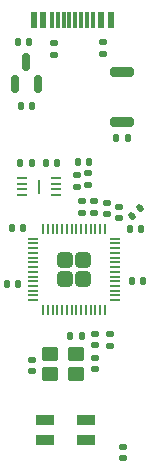
<source format=gbr>
%TF.GenerationSoftware,KiCad,Pcbnew,9.0.2*%
%TF.CreationDate,2025-10-08T13:44:56-04:00*%
%TF.ProjectId,pcb,7063622e-6b69-4636-9164-5f7063625858,rev?*%
%TF.SameCoordinates,Original*%
%TF.FileFunction,Paste,Top*%
%TF.FilePolarity,Positive*%
%FSLAX46Y46*%
G04 Gerber Fmt 4.6, Leading zero omitted, Abs format (unit mm)*
G04 Created by KiCad (PCBNEW 9.0.2) date 2025-10-08 13:44:56*
%MOMM*%
%LPD*%
G01*
G04 APERTURE LIST*
G04 Aperture macros list*
%AMRoundRect*
0 Rectangle with rounded corners*
0 $1 Rounding radius*
0 $2 $3 $4 $5 $6 $7 $8 $9 X,Y pos of 4 corners*
0 Add a 4 corners polygon primitive as box body*
4,1,4,$2,$3,$4,$5,$6,$7,$8,$9,$2,$3,0*
0 Add four circle primitives for the rounded corners*
1,1,$1+$1,$2,$3*
1,1,$1+$1,$4,$5*
1,1,$1+$1,$6,$7*
1,1,$1+$1,$8,$9*
0 Add four rect primitives between the rounded corners*
20,1,$1+$1,$2,$3,$4,$5,0*
20,1,$1+$1,$4,$5,$6,$7,0*
20,1,$1+$1,$6,$7,$8,$9,0*
20,1,$1+$1,$8,$9,$2,$3,0*%
G04 Aperture macros list end*
%ADD10R,1.600000X0.850000*%
%ADD11RoundRect,0.140000X-0.140000X-0.170000X0.140000X-0.170000X0.140000X0.170000X-0.140000X0.170000X0*%
%ADD12RoundRect,0.140000X0.170000X-0.140000X0.170000X0.140000X-0.170000X0.140000X-0.170000X-0.140000X0*%
%ADD13RoundRect,0.135000X0.135000X0.185000X-0.135000X0.185000X-0.135000X-0.185000X0.135000X-0.185000X0*%
%ADD14RoundRect,0.135000X-0.135000X-0.185000X0.135000X-0.185000X0.135000X0.185000X-0.135000X0.185000X0*%
%ADD15RoundRect,0.150000X0.150000X-0.587500X0.150000X0.587500X-0.150000X0.587500X-0.150000X-0.587500X0*%
%ADD16RoundRect,0.135000X-0.185000X0.135000X-0.185000X-0.135000X0.185000X-0.135000X0.185000X0.135000X0*%
%ADD17RoundRect,0.140000X0.140000X0.170000X-0.140000X0.170000X-0.140000X-0.170000X0.140000X-0.170000X0*%
%ADD18RoundRect,0.140000X-0.170000X0.140000X-0.170000X-0.140000X0.170000X-0.140000X0.170000X0.140000X0*%
%ADD19RoundRect,0.040000X-0.040000X-0.605000X0.040000X-0.605000X0.040000X0.605000X-0.040000X0.605000X0*%
%ADD20RoundRect,0.062500X-0.387500X-0.062500X0.387500X-0.062500X0.387500X0.062500X-0.387500X0.062500X0*%
%ADD21RoundRect,0.249999X-0.395001X-0.395001X0.395001X-0.395001X0.395001X0.395001X-0.395001X0.395001X0*%
%ADD22RoundRect,0.050000X-0.387500X-0.050000X0.387500X-0.050000X0.387500X0.050000X-0.387500X0.050000X0*%
%ADD23RoundRect,0.050000X-0.050000X-0.387500X0.050000X-0.387500X0.050000X0.387500X-0.050000X0.387500X0*%
%ADD24RoundRect,0.140000X0.021213X-0.219203X0.219203X-0.021213X-0.021213X0.219203X-0.219203X0.021213X0*%
%ADD25RoundRect,0.200000X-0.800000X0.200000X-0.800000X-0.200000X0.800000X-0.200000X0.800000X0.200000X0*%
%ADD26RoundRect,0.250000X-0.450000X-0.350000X0.450000X-0.350000X0.450000X0.350000X-0.450000X0.350000X0*%
%ADD27R,0.600000X1.450000*%
%ADD28R,0.300000X1.450000*%
G04 APERTURE END LIST*
D10*
%TO.C,D1*%
X99040000Y-104805000D03*
X99040000Y-106555000D03*
X102540000Y-106555000D03*
X102540000Y-104805000D03*
%TD*%
D11*
%TO.C,C8*%
X106237500Y-88700000D03*
X107197500Y-88700000D03*
%TD*%
D12*
%TO.C,C6*%
X102750000Y-84910000D03*
X102750000Y-83950000D03*
%TD*%
D13*
%TO.C,R7*%
X97940000Y-83050000D03*
X96920000Y-83050000D03*
%TD*%
D12*
%TO.C,C18*%
X105710000Y-108100000D03*
X105710000Y-107140000D03*
%TD*%
D14*
%TO.C,R5*%
X101177500Y-97760000D03*
X102197500Y-97760000D03*
%TD*%
D11*
%TO.C,C9*%
X106420000Y-93090000D03*
X107380000Y-93090000D03*
%TD*%
%TO.C,C14*%
X97030000Y-78260000D03*
X97990000Y-78260000D03*
%TD*%
D15*
%TO.C,U2*%
X96560000Y-76410000D03*
X98460000Y-76410000D03*
X97510000Y-74535000D03*
%TD*%
D16*
%TO.C,R1*%
X104010000Y-72880000D03*
X104010000Y-73900000D03*
%TD*%
D17*
%TO.C,C7*%
X102800000Y-82980000D03*
X101840000Y-82980000D03*
%TD*%
D12*
%TO.C,C16*%
X103297500Y-100530000D03*
X103297500Y-99570000D03*
%TD*%
%TO.C,C12*%
X101807500Y-85090000D03*
X101807500Y-84130000D03*
%TD*%
D18*
%TO.C,C15*%
X97937500Y-99740000D03*
X97937500Y-100700000D03*
%TD*%
D12*
%TO.C,C11*%
X104287500Y-87420000D03*
X104287500Y-86460000D03*
%TD*%
D19*
%TO.C,U3*%
X98557500Y-85080000D03*
D20*
X97132500Y-84330000D03*
X97132500Y-84830000D03*
X97132500Y-85330000D03*
X97132500Y-85830000D03*
X99982500Y-85830000D03*
X99982500Y-85330000D03*
X99982500Y-84830000D03*
X99982500Y-84330000D03*
%TD*%
D21*
%TO.C,U1*%
X100730000Y-91300000D03*
X100730000Y-92900000D03*
X102330000Y-91300000D03*
X102330000Y-92900000D03*
D22*
X98092500Y-89500000D03*
X98092500Y-89900000D03*
X98092500Y-90300000D03*
X98092500Y-90700000D03*
X98092500Y-91100000D03*
X98092500Y-91500000D03*
X98092500Y-91900000D03*
X98092500Y-92300000D03*
X98092500Y-92700000D03*
X98092500Y-93100000D03*
X98092500Y-93500000D03*
X98092500Y-93900000D03*
X98092500Y-94300000D03*
X98092500Y-94700000D03*
D23*
X98930000Y-95537500D03*
X99330000Y-95537500D03*
X99730000Y-95537500D03*
X100130000Y-95537500D03*
X100530000Y-95537500D03*
X100930000Y-95537500D03*
X101330000Y-95537500D03*
X101730000Y-95537500D03*
X102130000Y-95537500D03*
X102530000Y-95537500D03*
X102930000Y-95537500D03*
X103330000Y-95537500D03*
X103730000Y-95537500D03*
X104130000Y-95537500D03*
D22*
X104967500Y-94700000D03*
X104967500Y-94300000D03*
X104967500Y-93900000D03*
X104967500Y-93500000D03*
X104967500Y-93100000D03*
X104967500Y-92700000D03*
X104967500Y-92300000D03*
X104967500Y-91900000D03*
X104967500Y-91500000D03*
X104967500Y-91100000D03*
X104967500Y-90700000D03*
X104967500Y-90300000D03*
X104967500Y-89900000D03*
X104967500Y-89500000D03*
D23*
X104130000Y-88662500D03*
X103730000Y-88662500D03*
X103330000Y-88662500D03*
X102930000Y-88662500D03*
X102530000Y-88662500D03*
X102130000Y-88662500D03*
X101730000Y-88662500D03*
X101330000Y-88662500D03*
X100930000Y-88662500D03*
X100530000Y-88662500D03*
X100130000Y-88662500D03*
X99730000Y-88662500D03*
X99330000Y-88662500D03*
X98930000Y-88662500D03*
%TD*%
D24*
%TO.C,C1*%
X106478089Y-87549411D03*
X107156911Y-86870589D03*
%TD*%
D16*
%TO.C,R2*%
X99810000Y-72910000D03*
X99810000Y-73930000D03*
%TD*%
%TO.C,R3*%
X102227500Y-86340000D03*
X102227500Y-87360000D03*
%TD*%
D17*
%TO.C,C3*%
X96810000Y-93370000D03*
X95850000Y-93370000D03*
%TD*%
D11*
%TO.C,C13*%
X96760000Y-72820000D03*
X97720000Y-72820000D03*
%TD*%
D25*
%TO.C,SW1*%
X105600000Y-75410000D03*
X105600000Y-79610000D03*
%TD*%
D18*
%TO.C,C10*%
X104540000Y-97590000D03*
X104540000Y-98550000D03*
%TD*%
D13*
%TO.C,R6*%
X106140000Y-80930000D03*
X105120000Y-80930000D03*
%TD*%
D12*
%TO.C,C5*%
X105327500Y-87740000D03*
X105327500Y-86780000D03*
%TD*%
D16*
%TO.C,R4*%
X103267500Y-86340000D03*
X103267500Y-87360000D03*
%TD*%
D17*
%TO.C,C4*%
X97227500Y-88570000D03*
X96267500Y-88570000D03*
%TD*%
D26*
%TO.C,Y1*%
X99527500Y-100920000D03*
X101727500Y-100920000D03*
X101727500Y-99220000D03*
X99527500Y-99220000D03*
%TD*%
D11*
%TO.C,C17*%
X99137500Y-83050000D03*
X100097500Y-83050000D03*
%TD*%
D18*
%TO.C,C2*%
X103297500Y-97570000D03*
X103297500Y-98530000D03*
%TD*%
D27*
%TO.C,J1*%
X104650000Y-70965000D03*
X103850000Y-70965000D03*
D28*
X102650000Y-70965000D03*
X101650000Y-70965000D03*
X101150000Y-70965000D03*
X100150000Y-70965000D03*
D27*
X98950000Y-70965000D03*
X98150000Y-70965000D03*
X98150000Y-70965000D03*
X98950000Y-70965000D03*
D28*
X99650000Y-70965000D03*
X100650000Y-70965000D03*
X102150000Y-70965000D03*
X103150000Y-70965000D03*
D27*
X103850000Y-70965000D03*
X104650000Y-70965000D03*
%TD*%
M02*

</source>
